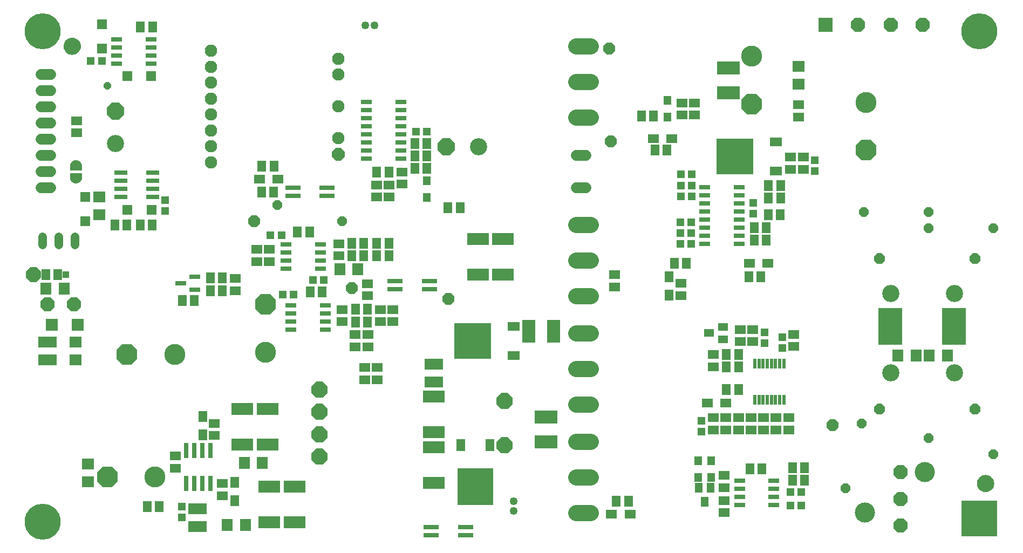
<source format=gbs>
G75*
%MOIN*%
%OFA0B0*%
%FSLAX25Y25*%
%IPPOS*%
%LPD*%
%AMOC8*
5,1,8,0,0,1.08239X$1,22.5*
%
%ADD10C,0.10600*%
%ADD11OC8,0.06600*%
%ADD12R,0.06899X0.07698*%
%ADD13OC8,0.08868*%
%ADD14C,0.12411*%
%ADD15OC8,0.06000*%
%ADD16R,0.14961X0.22835*%
%ADD17R,0.08868X0.08868*%
%ADD18C,0.00500*%
%ADD19R,0.02000X0.06200*%
%ADD20R,0.04537X0.04931*%
%ADD21R,0.06506X0.05718*%
%ADD22R,0.23041X0.22254*%
%ADD23R,0.07293X0.05718*%
%ADD24R,0.04931X0.04537*%
%ADD25C,0.09899*%
%ADD26R,0.05718X0.06506*%
%ADD27R,0.06506X0.05324*%
%ADD28C,0.06600*%
%ADD29R,0.13198X0.07687*%
%ADD30R,0.07698X0.06899*%
%ADD31R,0.22254X0.23041*%
%ADD32R,0.05718X0.07293*%
%ADD33R,0.06700X0.03000*%
%ADD34R,0.05324X0.06506*%
%ADD35R,0.08080X0.13986*%
%ADD36R,0.06899X0.07687*%
%ADD37R,0.07687X0.06899*%
%ADD38R,0.11230X0.06899*%
%ADD39R,0.09261X0.02962*%
%ADD40C,0.12962*%
%ADD41OC8,0.12962*%
%ADD42R,0.13986X0.08080*%
%ADD43OC8,0.09200*%
%ADD44R,0.04143X0.04143*%
%ADD45OC8,0.07096*%
%ADD46R,0.06702X0.02962*%
%ADD47OC8,0.09899*%
%ADD48R,0.06112X0.04537*%
%ADD49R,0.04537X0.05324*%
%ADD50R,0.02962X0.09261*%
%ADD51R,0.06600X0.02800*%
%ADD52R,0.07687X0.07293*%
%ADD53C,0.04931*%
%ADD54R,0.04537X0.06112*%
%ADD55C,0.05400*%
%ADD56R,0.08400X0.02800*%
%ADD57R,0.06112X0.06112*%
%ADD58OC8,0.10600*%
%ADD59C,0.07687*%
%ADD60OC8,0.07687*%
%ADD61C,0.00100*%
%ADD62R,0.22254X0.22254*%
%ADD63OC8,0.04562*%
%ADD64C,0.22254*%
D10*
X0082918Y0264250D03*
X0307168Y0262500D03*
X0561733Y0171856D03*
X0601103Y0171856D03*
X0601103Y0122644D03*
X0561733Y0122644D03*
D11*
X0554668Y0100500D03*
X0613668Y0100500D03*
X0613668Y0193500D03*
X0554668Y0193500D03*
D12*
X0566070Y0133500D03*
X0577266Y0133500D03*
X0585570Y0133500D03*
X0596766Y0133500D03*
D13*
X0567668Y0061285D03*
X0567668Y0044750D03*
X0567668Y0028215D03*
X0561881Y0337709D03*
X0581381Y0337709D03*
X0541381Y0337709D03*
X0057186Y0165000D03*
X0040650Y0165000D03*
D14*
X0545818Y0036482D03*
X0582825Y0061285D03*
D15*
X0585168Y0082250D03*
X0625168Y0072250D03*
X0543668Y0091500D03*
X0533668Y0051500D03*
X0585168Y0212000D03*
X0585168Y0222000D03*
X0545168Y0222000D03*
X0625168Y0212000D03*
X0222918Y0216500D03*
X0182918Y0226500D03*
D16*
X0561418Y0151500D03*
X0600918Y0151500D03*
D17*
X0521381Y0337709D03*
D18*
X0618568Y0058943D02*
X0619410Y0059168D01*
X0620278Y0059244D01*
X0621146Y0059168D01*
X0621988Y0058943D01*
X0622778Y0058574D01*
X0623492Y0058074D01*
X0624108Y0057458D01*
X0624608Y0056744D01*
X0624977Y0055954D01*
X0625202Y0055112D01*
X0625278Y0054244D01*
X0625202Y0053376D01*
X0624977Y0052534D01*
X0624608Y0051744D01*
X0624108Y0051030D01*
X0623492Y0050414D01*
X0622778Y0049914D01*
X0621988Y0049546D01*
X0621146Y0049320D01*
X0620278Y0049244D01*
X0619410Y0049320D01*
X0618568Y0049546D01*
X0617778Y0049914D01*
X0617064Y0050414D01*
X0616448Y0051030D01*
X0615948Y0051744D01*
X0615580Y0052534D01*
X0615354Y0053376D01*
X0615278Y0054244D01*
X0615354Y0055112D01*
X0615580Y0055954D01*
X0615948Y0056744D01*
X0616448Y0057458D01*
X0617064Y0058074D01*
X0617778Y0058574D01*
X0618568Y0058943D01*
X0618359Y0058845D02*
X0622197Y0058845D01*
X0623103Y0058347D02*
X0617453Y0058347D01*
X0616838Y0057848D02*
X0623718Y0057848D01*
X0624184Y0057350D02*
X0616372Y0057350D01*
X0616023Y0056851D02*
X0624533Y0056851D01*
X0624791Y0056353D02*
X0615766Y0056353D01*
X0615553Y0055854D02*
X0625003Y0055854D01*
X0625137Y0055356D02*
X0615419Y0055356D01*
X0615332Y0054857D02*
X0625225Y0054857D01*
X0625268Y0054359D02*
X0615288Y0054359D01*
X0615312Y0053860D02*
X0625245Y0053860D01*
X0625198Y0053362D02*
X0615358Y0053362D01*
X0615492Y0052863D02*
X0625065Y0052863D01*
X0624898Y0052365D02*
X0615659Y0052365D01*
X0615891Y0051866D02*
X0624665Y0051866D01*
X0624345Y0051368D02*
X0616212Y0051368D01*
X0616609Y0050869D02*
X0623947Y0050869D01*
X0623430Y0050370D02*
X0617126Y0050370D01*
X0617868Y0049872D02*
X0622688Y0049872D01*
X0621346Y0049373D02*
X0619211Y0049373D01*
X0060366Y0321959D02*
X0059866Y0321245D01*
X0059250Y0320628D01*
X0058536Y0320129D01*
X0057746Y0319760D01*
X0056904Y0319535D01*
X0056036Y0319459D01*
X0055168Y0319535D01*
X0054326Y0319760D01*
X0053536Y0320129D01*
X0052822Y0320628D01*
X0052206Y0321245D01*
X0051706Y0321959D01*
X0051338Y0322749D01*
X0051112Y0323590D01*
X0051036Y0324459D01*
X0051112Y0325327D01*
X0051338Y0326169D01*
X0051706Y0326959D01*
X0052206Y0327673D01*
X0052822Y0328289D01*
X0053536Y0328789D01*
X0054326Y0329157D01*
X0055168Y0329383D01*
X0056036Y0329459D01*
X0056904Y0329383D01*
X0057746Y0329157D01*
X0058536Y0328789D01*
X0059250Y0328289D01*
X0059866Y0327673D01*
X0060366Y0326959D01*
X0060735Y0326169D01*
X0060960Y0325327D01*
X0061036Y0324459D01*
X0060960Y0323590D01*
X0060735Y0322749D01*
X0060366Y0321959D01*
X0060413Y0322059D02*
X0051659Y0322059D01*
X0051427Y0322558D02*
X0060646Y0322558D01*
X0060817Y0323056D02*
X0051255Y0323056D01*
X0051122Y0323555D02*
X0060951Y0323555D01*
X0061001Y0324053D02*
X0051072Y0324053D01*
X0051044Y0324552D02*
X0061028Y0324552D01*
X0060984Y0325050D02*
X0051088Y0325050D01*
X0051171Y0325549D02*
X0060901Y0325549D01*
X0060767Y0326047D02*
X0051305Y0326047D01*
X0051513Y0326546D02*
X0060559Y0326546D01*
X0060306Y0327044D02*
X0051766Y0327044D01*
X0052115Y0327543D02*
X0059957Y0327543D01*
X0059498Y0328041D02*
X0052575Y0328041D01*
X0053180Y0328540D02*
X0058892Y0328540D01*
X0058001Y0329038D02*
X0054071Y0329038D01*
X0051985Y0321561D02*
X0060088Y0321561D01*
X0059684Y0321062D02*
X0052388Y0321062D01*
X0052915Y0320564D02*
X0059157Y0320564D01*
X0058400Y0320065D02*
X0053672Y0320065D01*
X0055049Y0319567D02*
X0057024Y0319567D01*
D19*
X0477711Y0128450D03*
X0480270Y0128450D03*
X0482829Y0128450D03*
X0485388Y0128450D03*
X0487947Y0128450D03*
X0490507Y0128450D03*
X0493066Y0128450D03*
X0495625Y0128450D03*
X0495625Y0106050D03*
X0493066Y0106050D03*
X0490507Y0106050D03*
X0487947Y0106050D03*
X0485388Y0106050D03*
X0482829Y0106050D03*
X0480270Y0106050D03*
X0477711Y0106050D03*
D20*
X0444918Y0093096D03*
X0444918Y0086404D03*
X0494668Y0137904D03*
X0494668Y0144596D03*
X0483668Y0147596D03*
X0483668Y0140904D03*
X0476668Y0221154D03*
X0476668Y0227846D03*
X0514918Y0247404D03*
X0514918Y0254096D03*
X0123668Y0040096D03*
X0123668Y0033404D03*
X0113418Y0222654D03*
X0113418Y0229346D03*
D21*
X0170168Y0198990D03*
X0170168Y0191510D03*
X0177918Y0191510D03*
X0177918Y0198990D03*
X0156918Y0180990D03*
X0156918Y0173510D03*
X0220918Y0195010D03*
X0220918Y0202490D03*
X0238418Y0177740D03*
X0238418Y0170260D03*
X0246418Y0161740D03*
X0246418Y0154260D03*
X0254168Y0154260D03*
X0254168Y0161740D03*
X0238668Y0146240D03*
X0230918Y0146240D03*
X0230918Y0138760D03*
X0238668Y0138760D03*
X0236668Y0125990D03*
X0244418Y0125990D03*
X0244418Y0118510D03*
X0236668Y0118510D03*
X0222918Y0154260D03*
X0222918Y0161740D03*
X0244168Y0231260D03*
X0251918Y0231260D03*
X0251918Y0238740D03*
X0244168Y0238740D03*
X0259668Y0239260D03*
X0259668Y0246740D03*
X0391168Y0183240D03*
X0391168Y0175760D03*
X0432168Y0177990D03*
X0432168Y0170510D03*
X0468668Y0149490D03*
X0468668Y0142010D03*
X0476418Y0142010D03*
X0476418Y0149490D03*
X0501918Y0146490D03*
X0501918Y0139010D03*
X0452168Y0133990D03*
X0452168Y0126510D03*
X0452168Y0094990D03*
X0459918Y0094990D03*
X0467668Y0094990D03*
X0467668Y0087510D03*
X0459918Y0087510D03*
X0452168Y0087510D03*
X0475418Y0087510D03*
X0483168Y0087510D03*
X0490918Y0087510D03*
X0498668Y0087510D03*
X0498668Y0094990D03*
X0490918Y0094990D03*
X0483168Y0094990D03*
X0475418Y0094990D03*
X0458918Y0059240D03*
X0458918Y0051760D03*
X0458918Y0043740D03*
X0458918Y0036260D03*
X0148668Y0046760D03*
X0148668Y0054240D03*
X0119668Y0063760D03*
X0119668Y0071240D03*
X0143918Y0084010D03*
X0143918Y0091490D03*
X0058918Y0271010D03*
X0058918Y0278490D03*
X0432668Y0282010D03*
X0440418Y0282010D03*
X0440418Y0289490D03*
X0432668Y0289490D03*
X0499918Y0255990D03*
X0499918Y0248510D03*
X0507668Y0248510D03*
X0507668Y0255990D03*
X0504668Y0280760D03*
X0504668Y0288240D03*
D22*
X0465428Y0256500D03*
X0303428Y0142500D03*
D23*
X0328782Y0133504D03*
X0328782Y0151496D03*
X0490782Y0247504D03*
X0490782Y0265496D03*
D24*
X0438764Y0245250D03*
X0432072Y0245250D03*
X0432072Y0238500D03*
X0438764Y0238500D03*
X0438764Y0231750D03*
X0432072Y0231750D03*
X0431822Y0215750D03*
X0438514Y0215750D03*
X0438514Y0209000D03*
X0431822Y0209000D03*
X0431822Y0202250D03*
X0438514Y0202250D03*
X0275014Y0271750D03*
X0268322Y0271750D03*
X0185264Y0207750D03*
X0178572Y0207750D03*
X0204822Y0180000D03*
X0211514Y0180000D03*
X0192764Y0171000D03*
X0186072Y0171000D03*
X0074264Y0315250D03*
X0067572Y0315250D03*
X0499822Y0049000D03*
X0506514Y0049000D03*
X0506514Y0040750D03*
X0499822Y0040750D03*
D25*
X0376585Y0036181D02*
X0367286Y0036181D01*
X0367286Y0058181D02*
X0376585Y0058181D01*
X0376585Y0080181D02*
X0367286Y0080181D01*
X0367286Y0103110D02*
X0376585Y0103110D01*
X0376585Y0125110D02*
X0367286Y0125110D01*
X0367286Y0147110D02*
X0376585Y0147110D01*
X0376585Y0170039D02*
X0367286Y0170039D01*
X0367286Y0192039D02*
X0376585Y0192039D01*
X0376585Y0214039D02*
X0367286Y0214039D01*
X0367286Y0280276D02*
X0376585Y0280276D01*
X0376585Y0302276D02*
X0367286Y0302276D01*
X0367286Y0324276D02*
X0376585Y0324276D01*
D26*
X0407678Y0281250D03*
X0415158Y0281250D03*
X0415928Y0260250D03*
X0423408Y0260250D03*
X0486178Y0238500D03*
X0493658Y0238500D03*
X0493658Y0230750D03*
X0486178Y0230750D03*
X0485928Y0220250D03*
X0493408Y0220250D03*
X0484908Y0212500D03*
X0477428Y0212500D03*
X0477428Y0204750D03*
X0484908Y0204750D03*
X0481408Y0182000D03*
X0473928Y0182000D03*
X0435408Y0190500D03*
X0427928Y0190500D03*
X0460178Y0134000D03*
X0467658Y0134000D03*
X0467658Y0126250D03*
X0460178Y0126250D03*
X0460178Y0112500D03*
X0467658Y0112500D03*
X0474678Y0063500D03*
X0482158Y0063500D03*
X0500928Y0064000D03*
X0508408Y0064000D03*
X0508408Y0056250D03*
X0500928Y0056250D03*
X0399658Y0043500D03*
X0392178Y0043500D03*
X0238408Y0154000D03*
X0230928Y0154000D03*
X0230928Y0162000D03*
X0238408Y0162000D03*
X0210408Y0172750D03*
X0202928Y0172750D03*
X0228678Y0195000D03*
X0236158Y0195000D03*
X0244178Y0195000D03*
X0251658Y0195000D03*
X0251658Y0202750D03*
X0244178Y0202750D03*
X0236158Y0202750D03*
X0228678Y0202750D03*
X0202658Y0209750D03*
X0195178Y0209750D03*
X0180408Y0234250D03*
X0172928Y0234250D03*
X0173178Y0250250D03*
X0180658Y0250250D03*
X0244178Y0246750D03*
X0251658Y0246750D03*
X0267678Y0249000D03*
X0275158Y0249000D03*
X0275158Y0256750D03*
X0267678Y0256750D03*
X0267678Y0264500D03*
X0275158Y0264500D03*
X0288178Y0224750D03*
X0295658Y0224750D03*
X0148908Y0181250D03*
X0141428Y0181250D03*
X0141428Y0173500D03*
X0148908Y0173500D03*
X0131408Y0167250D03*
X0123928Y0167250D03*
X0105408Y0214000D03*
X0097928Y0214000D03*
X0089908Y0214000D03*
X0082428Y0214000D03*
X0047158Y0183250D03*
X0039678Y0183250D03*
X0102428Y0040000D03*
X0109908Y0040000D03*
X0105658Y0336250D03*
X0098178Y0336250D03*
D27*
X0171709Y0242250D03*
X0183127Y0242250D03*
X0414959Y0267500D03*
X0426377Y0267500D03*
X0474459Y0190250D03*
X0485877Y0190250D03*
X0459877Y0104000D03*
X0448459Y0104000D03*
X0400627Y0035250D03*
X0389209Y0035250D03*
D28*
X0373436Y0237157D02*
X0367436Y0237157D01*
X0367436Y0257157D02*
X0373436Y0257157D01*
X0042918Y0257000D02*
X0036918Y0257000D01*
X0036918Y0247000D02*
X0042918Y0247000D01*
X0042918Y0237000D02*
X0036918Y0237000D01*
X0036918Y0267000D02*
X0042918Y0267000D01*
X0042918Y0277000D02*
X0036918Y0277000D01*
X0036918Y0287000D02*
X0042918Y0287000D01*
X0042918Y0297000D02*
X0036918Y0297000D01*
X0036918Y0307000D02*
X0042918Y0307000D01*
D29*
X0306668Y0205274D03*
X0322168Y0205274D03*
X0322168Y0183226D03*
X0306668Y0183226D03*
X0279418Y0108024D03*
X0279418Y0085976D03*
X0279418Y0076774D03*
X0279418Y0054726D03*
X0193418Y0052524D03*
X0177668Y0052524D03*
X0177668Y0030476D03*
X0193418Y0030476D03*
X0176668Y0078476D03*
X0161168Y0078476D03*
X0161168Y0100524D03*
X0176668Y0100524D03*
D30*
X0504668Y0300902D03*
X0504668Y0312098D03*
D31*
X0305168Y0052510D03*
D32*
X0314164Y0077864D03*
X0296172Y0077864D03*
D33*
X0446818Y0202250D03*
X0446818Y0207250D03*
X0446818Y0212250D03*
X0446818Y0217250D03*
X0446818Y0222250D03*
X0446818Y0227250D03*
X0446818Y0232250D03*
X0446818Y0237250D03*
X0468018Y0237250D03*
X0468018Y0232250D03*
X0468018Y0227250D03*
X0468018Y0222250D03*
X0468018Y0217250D03*
X0468018Y0212250D03*
X0468018Y0207250D03*
X0468018Y0202250D03*
X0259018Y0255000D03*
X0259018Y0260000D03*
X0259018Y0265000D03*
X0259018Y0270000D03*
X0259018Y0275000D03*
X0259018Y0280000D03*
X0259018Y0285000D03*
X0259018Y0290000D03*
X0237818Y0290000D03*
X0237818Y0285000D03*
X0237818Y0280000D03*
X0237818Y0275000D03*
X0237818Y0270000D03*
X0237818Y0265000D03*
X0237818Y0260000D03*
X0237818Y0255000D03*
D34*
X0424668Y0181959D03*
X0424668Y0170541D03*
X0156418Y0054959D03*
X0156418Y0043541D03*
X0136668Y0084291D03*
X0136668Y0095709D03*
D35*
X0337991Y0148500D03*
X0353345Y0148500D03*
D36*
X0232430Y0186750D03*
X0221406Y0186750D03*
X0050930Y0174750D03*
X0039906Y0174750D03*
X0162406Y0067000D03*
X0173430Y0067000D03*
X0162930Y0028750D03*
X0151906Y0028750D03*
D37*
X0065918Y0055488D03*
X0065918Y0066512D03*
X0058168Y0130738D03*
X0058168Y0141762D03*
X0072918Y0220488D03*
X0072918Y0231512D03*
D38*
X0040918Y0141762D03*
X0040918Y0130738D03*
X0133418Y0038762D03*
X0133418Y0027738D03*
X0279418Y0116988D03*
X0279418Y0128012D03*
D39*
X0276798Y0174250D03*
X0276798Y0179250D03*
X0255538Y0179250D03*
X0255538Y0174250D03*
X0213548Y0232000D03*
X0213548Y0237000D03*
X0192288Y0237000D03*
X0192288Y0232000D03*
X0277788Y0027250D03*
X0277788Y0022250D03*
X0299048Y0022250D03*
X0299048Y0027250D03*
D40*
X0175418Y0135486D03*
X0119432Y0134000D03*
X0107182Y0058500D03*
X0475918Y0318264D03*
X0546418Y0289764D03*
D41*
X0546418Y0260236D03*
X0475918Y0288736D03*
X0175418Y0165014D03*
X0089904Y0134000D03*
X0077654Y0058500D03*
D42*
X0348668Y0080073D03*
X0348668Y0095427D03*
X0461418Y0295823D03*
X0461418Y0311177D03*
D43*
X0032168Y0183250D03*
D44*
X0052168Y0183250D03*
D45*
X0168418Y0216500D03*
X0228668Y0175000D03*
X0288418Y0168500D03*
X0388668Y0265750D03*
X0387668Y0323000D03*
X0525918Y0090500D03*
D46*
X0489548Y0056020D03*
X0489548Y0051020D03*
X0489548Y0046020D03*
X0489548Y0041020D03*
X0468288Y0041020D03*
X0468288Y0046020D03*
X0468288Y0051020D03*
X0468288Y0056020D03*
X0212298Y0149230D03*
X0212298Y0154230D03*
X0212298Y0159230D03*
X0212298Y0164230D03*
X0191038Y0164230D03*
X0191038Y0159230D03*
X0191038Y0154230D03*
X0191038Y0149230D03*
X0188038Y0186980D03*
X0188038Y0191980D03*
X0188038Y0196980D03*
X0188038Y0201980D03*
X0209298Y0201980D03*
X0209298Y0196980D03*
X0209298Y0191980D03*
X0209298Y0186980D03*
X0104798Y0313770D03*
X0104798Y0318770D03*
X0104798Y0323770D03*
X0104798Y0328770D03*
X0083538Y0328770D03*
X0083538Y0323770D03*
X0083538Y0318770D03*
X0083538Y0313770D03*
D47*
X0208861Y0112315D03*
X0208861Y0098535D03*
X0208861Y0084756D03*
X0208861Y0070976D03*
X0323034Y0077866D03*
X0323034Y0105425D03*
D48*
X0449337Y0147250D03*
X0457999Y0143510D03*
X0457999Y0150990D03*
D49*
X0450668Y0068368D03*
X0442918Y0068368D03*
X0442918Y0058132D03*
X0450668Y0058132D03*
X0275168Y0231132D03*
X0275168Y0241368D03*
X0423668Y0280632D03*
X0423668Y0290868D03*
D50*
X0141418Y0074736D03*
X0136418Y0074736D03*
X0131418Y0074736D03*
X0126418Y0074736D03*
X0126418Y0054264D03*
X0131418Y0054264D03*
X0136418Y0054264D03*
X0141418Y0054264D03*
D51*
X0131668Y0174000D03*
X0123168Y0178000D03*
X0131668Y0182000D03*
D52*
X0059489Y0152250D03*
X0043347Y0152250D03*
D53*
X0328668Y0043203D03*
X0328668Y0037297D03*
X0242871Y0337250D03*
X0236965Y0337250D03*
D54*
X0442928Y0051581D03*
X0450408Y0051581D03*
X0446668Y0042919D03*
D55*
X0057918Y0201850D02*
X0057918Y0206650D01*
X0047918Y0206650D02*
X0047918Y0201850D01*
X0037918Y0201850D02*
X0037918Y0206650D01*
D56*
X0086218Y0231250D03*
X0086218Y0236250D03*
X0086218Y0241250D03*
X0086218Y0246250D03*
X0105618Y0246250D03*
X0105618Y0241250D03*
X0105618Y0236250D03*
X0105618Y0231250D03*
D57*
X0105148Y0223500D03*
X0090188Y0223500D03*
X0064168Y0216520D03*
X0064168Y0231480D03*
X0089938Y0306000D03*
X0104898Y0306000D03*
X0074418Y0323020D03*
X0074418Y0337980D03*
D58*
X0082918Y0284250D03*
X0287168Y0262500D03*
D59*
X0220538Y0267565D03*
X0220538Y0287250D03*
X0220538Y0306935D03*
X0220538Y0316778D03*
X0141798Y0321699D03*
X0141798Y0311856D03*
X0141798Y0302014D03*
X0141798Y0292171D03*
X0141798Y0282329D03*
X0141798Y0272486D03*
X0141798Y0262644D03*
X0141798Y0252801D03*
D60*
X0220538Y0257722D03*
D61*
X0061668Y0250500D02*
X0061668Y0248000D01*
X0054668Y0248000D01*
X0054668Y0250500D01*
X0054735Y0251183D01*
X0054934Y0251839D01*
X0055258Y0252445D01*
X0055693Y0252975D01*
X0056223Y0253410D01*
X0056829Y0253734D01*
X0057485Y0253933D01*
X0058168Y0254000D01*
X0058851Y0253933D01*
X0059507Y0253734D01*
X0060112Y0253410D01*
X0060643Y0252975D01*
X0061078Y0252445D01*
X0061402Y0251839D01*
X0061601Y0251183D01*
X0061668Y0250500D01*
X0061666Y0250520D02*
X0054670Y0250520D01*
X0054668Y0250421D02*
X0061668Y0250421D01*
X0061668Y0250323D02*
X0054668Y0250323D01*
X0054668Y0250224D02*
X0061668Y0250224D01*
X0061668Y0250126D02*
X0054668Y0250126D01*
X0054668Y0250027D02*
X0061668Y0250027D01*
X0061668Y0249929D02*
X0054668Y0249929D01*
X0054668Y0249830D02*
X0061668Y0249830D01*
X0061668Y0249732D02*
X0054668Y0249732D01*
X0054668Y0249633D02*
X0061668Y0249633D01*
X0061668Y0249535D02*
X0054668Y0249535D01*
X0054668Y0249436D02*
X0061668Y0249436D01*
X0061668Y0249338D02*
X0054668Y0249338D01*
X0054668Y0249239D02*
X0061668Y0249239D01*
X0061668Y0249141D02*
X0054668Y0249141D01*
X0054668Y0249042D02*
X0061668Y0249042D01*
X0061668Y0248944D02*
X0054668Y0248944D01*
X0054668Y0248845D02*
X0061668Y0248845D01*
X0061668Y0248747D02*
X0054668Y0248747D01*
X0054668Y0248648D02*
X0061668Y0248648D01*
X0061668Y0248550D02*
X0054668Y0248550D01*
X0054668Y0248451D02*
X0061668Y0248451D01*
X0061668Y0248353D02*
X0054668Y0248353D01*
X0054668Y0248254D02*
X0061668Y0248254D01*
X0061668Y0248156D02*
X0054668Y0248156D01*
X0054668Y0248057D02*
X0061668Y0248057D01*
X0061668Y0246000D02*
X0054668Y0246000D01*
X0054668Y0243500D01*
X0054735Y0242817D01*
X0054934Y0242161D01*
X0055258Y0241555D01*
X0061078Y0241555D01*
X0060643Y0241025D01*
X0060112Y0240590D01*
X0059507Y0240266D01*
X0058851Y0240067D01*
X0058168Y0240000D01*
X0057485Y0240067D01*
X0056829Y0240266D01*
X0056223Y0240590D01*
X0055693Y0241025D01*
X0055258Y0241555D01*
X0055205Y0241654D02*
X0061131Y0241654D01*
X0061183Y0241752D02*
X0055153Y0241752D01*
X0055100Y0241851D02*
X0061236Y0241851D01*
X0061289Y0241949D02*
X0055047Y0241949D01*
X0054995Y0242048D02*
X0061341Y0242048D01*
X0061394Y0242147D02*
X0054942Y0242147D01*
X0054909Y0242245D02*
X0061427Y0242245D01*
X0061402Y0242161D02*
X0061078Y0241555D01*
X0060997Y0241457D02*
X0055339Y0241457D01*
X0055420Y0241358D02*
X0060916Y0241358D01*
X0060836Y0241260D02*
X0055500Y0241260D01*
X0055581Y0241161D02*
X0060755Y0241161D01*
X0060674Y0241063D02*
X0055662Y0241063D01*
X0055767Y0240964D02*
X0060569Y0240964D01*
X0060449Y0240866D02*
X0055887Y0240866D01*
X0056007Y0240767D02*
X0060329Y0240767D01*
X0060209Y0240669D02*
X0056127Y0240669D01*
X0056260Y0240570D02*
X0060076Y0240570D01*
X0059892Y0240472D02*
X0056444Y0240472D01*
X0056629Y0240373D02*
X0059707Y0240373D01*
X0059523Y0240275D02*
X0056813Y0240275D01*
X0057126Y0240176D02*
X0059210Y0240176D01*
X0058886Y0240078D02*
X0057450Y0240078D01*
X0054879Y0242344D02*
X0061457Y0242344D01*
X0061487Y0242442D02*
X0054849Y0242442D01*
X0054819Y0242541D02*
X0061517Y0242541D01*
X0061547Y0242639D02*
X0054789Y0242639D01*
X0054759Y0242738D02*
X0061577Y0242738D01*
X0061601Y0242817D02*
X0061402Y0242161D01*
X0061601Y0242817D02*
X0061668Y0243500D01*
X0061668Y0246000D01*
X0061668Y0245988D02*
X0054668Y0245988D01*
X0054668Y0245890D02*
X0061668Y0245890D01*
X0061668Y0245791D02*
X0054668Y0245791D01*
X0054668Y0245693D02*
X0061668Y0245693D01*
X0061668Y0245594D02*
X0054668Y0245594D01*
X0054668Y0245496D02*
X0061668Y0245496D01*
X0061668Y0245397D02*
X0054668Y0245397D01*
X0054668Y0245299D02*
X0061668Y0245299D01*
X0061668Y0245200D02*
X0054668Y0245200D01*
X0054668Y0245102D02*
X0061668Y0245102D01*
X0061668Y0245003D02*
X0054668Y0245003D01*
X0054668Y0244905D02*
X0061668Y0244905D01*
X0061668Y0244806D02*
X0054668Y0244806D01*
X0054668Y0244708D02*
X0061668Y0244708D01*
X0061668Y0244609D02*
X0054668Y0244609D01*
X0054668Y0244511D02*
X0061668Y0244511D01*
X0061668Y0244412D02*
X0054668Y0244412D01*
X0054668Y0244314D02*
X0061668Y0244314D01*
X0061668Y0244215D02*
X0054668Y0244215D01*
X0054668Y0244117D02*
X0061668Y0244117D01*
X0061668Y0244018D02*
X0054668Y0244018D01*
X0054668Y0243920D02*
X0061668Y0243920D01*
X0061668Y0243821D02*
X0054668Y0243821D01*
X0054668Y0243723D02*
X0061668Y0243723D01*
X0061668Y0243624D02*
X0054668Y0243624D01*
X0054668Y0243526D02*
X0061668Y0243526D01*
X0061661Y0243427D02*
X0054675Y0243427D01*
X0054685Y0243329D02*
X0061651Y0243329D01*
X0061641Y0243230D02*
X0054695Y0243230D01*
X0054704Y0243132D02*
X0061632Y0243132D01*
X0061622Y0243033D02*
X0054714Y0243033D01*
X0054724Y0242935D02*
X0061612Y0242935D01*
X0061603Y0242836D02*
X0054733Y0242836D01*
X0054680Y0250618D02*
X0061656Y0250618D01*
X0061647Y0250717D02*
X0054689Y0250717D01*
X0054699Y0250816D02*
X0061637Y0250816D01*
X0061627Y0250914D02*
X0054709Y0250914D01*
X0054718Y0251013D02*
X0061617Y0251013D01*
X0061608Y0251111D02*
X0054728Y0251111D01*
X0054743Y0251210D02*
X0061593Y0251210D01*
X0061563Y0251308D02*
X0054773Y0251308D01*
X0054803Y0251407D02*
X0061533Y0251407D01*
X0061503Y0251505D02*
X0054833Y0251505D01*
X0054863Y0251604D02*
X0061473Y0251604D01*
X0061443Y0251702D02*
X0054893Y0251702D01*
X0054923Y0251801D02*
X0061413Y0251801D01*
X0061370Y0251899D02*
X0054966Y0251899D01*
X0055019Y0251998D02*
X0061317Y0251998D01*
X0061264Y0252096D02*
X0055072Y0252096D01*
X0055124Y0252195D02*
X0061212Y0252195D01*
X0061159Y0252293D02*
X0055177Y0252293D01*
X0055230Y0252392D02*
X0061106Y0252392D01*
X0061041Y0252490D02*
X0055295Y0252490D01*
X0055376Y0252589D02*
X0060960Y0252589D01*
X0060879Y0252687D02*
X0055457Y0252687D01*
X0055538Y0252786D02*
X0060798Y0252786D01*
X0060717Y0252884D02*
X0055619Y0252884D01*
X0055703Y0252983D02*
X0060633Y0252983D01*
X0060513Y0253081D02*
X0055823Y0253081D01*
X0055943Y0253180D02*
X0060393Y0253180D01*
X0060273Y0253278D02*
X0056063Y0253278D01*
X0056183Y0253377D02*
X0060153Y0253377D01*
X0059991Y0253475D02*
X0056345Y0253475D01*
X0056530Y0253574D02*
X0059806Y0253574D01*
X0059622Y0253672D02*
X0056714Y0253672D01*
X0056951Y0253771D02*
X0059384Y0253771D01*
X0059060Y0253869D02*
X0057276Y0253869D01*
X0057842Y0253968D02*
X0058494Y0253968D01*
D62*
X0616341Y0032591D03*
D63*
X0077668Y0300000D03*
D64*
X0037601Y0030622D03*
X0037601Y0333772D03*
X0616341Y0333772D03*
M02*

</source>
